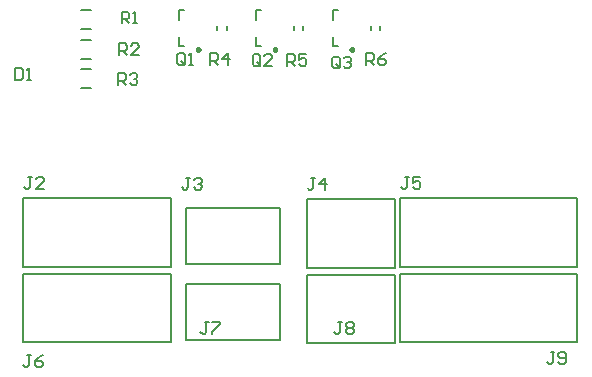
<source format=gto>
%FSTAX23Y23*%
%MOIN*%
%SFA1B1*%

%IPPOS*%
%ADD28C,0.009840*%
%ADD29C,0.007870*%
%ADD30C,0.005910*%
%LNpanel-1*%
%LPD*%
G54D28*
X00945Y01275D02*
D01*
X00945Y01275*
X00945Y01276*
X00945Y01276*
X00945Y01276*
X00945Y01277*
X00945Y01277*
X00945Y01277*
X00945Y01278*
X00944Y01278*
X00944Y01278*
X00944Y01279*
X00944Y01279*
X00943Y01279*
X00943Y01279*
X00943Y01279*
X00943Y0128*
X00942Y0128*
X00942Y0128*
X00942Y0128*
X00941Y0128*
X00941Y0128*
X00941Y0128*
X0094*
X0094Y0128*
X0094Y0128*
X00939Y0128*
X00939Y0128*
X00939Y0128*
X00938Y0128*
X00938Y01279*
X00938Y01279*
X00937Y01279*
X00937Y01279*
X00937Y01279*
X00937Y01278*
X00936Y01278*
X00936Y01278*
X00936Y01277*
X00936Y01277*
X00936Y01277*
X00936Y01276*
X00936Y01276*
X00936Y01276*
X00936Y01275*
X00936Y01275*
X00936Y01275*
X00936Y01274*
X00936Y01274*
X00936Y01274*
X00936Y01273*
X00936Y01273*
X00936Y01273*
X00936Y01272*
X00936Y01272*
X00937Y01272*
X00937Y01272*
X00937Y01271*
X00937Y01271*
X00938Y01271*
X00938Y01271*
X00938Y01271*
X00939Y01271*
X00939Y0127*
X00939Y0127*
X0094Y0127*
X0094Y0127*
X0094Y0127*
X00941*
X00941Y0127*
X00941Y0127*
X00942Y0127*
X00942Y0127*
X00942Y01271*
X00943Y01271*
X00943Y01271*
X00943Y01271*
X00943Y01271*
X00944Y01271*
X00944Y01272*
X00944Y01272*
X00944Y01272*
X00945Y01272*
X00945Y01273*
X00945Y01273*
X00945Y01273*
X00945Y01274*
X00945Y01274*
X00945Y01274*
X00945Y01275*
X00945Y01275*
X01201D02*
D01*
X01201Y01275*
X01201Y01276*
X01201Y01276*
X01201Y01276*
X01201Y01277*
X01201Y01277*
X01201Y01277*
X01201Y01278*
X012Y01278*
X012Y01278*
X012Y01279*
X012Y01279*
X01199Y01279*
X01199Y01279*
X01199Y01279*
X01199Y0128*
X01198Y0128*
X01198Y0128*
X01198Y0128*
X01197Y0128*
X01197Y0128*
X01197Y0128*
X01196*
X01196Y0128*
X01195Y0128*
X01195Y0128*
X01195Y0128*
X01195Y0128*
X01194Y0128*
X01194Y01279*
X01194Y01279*
X01193Y01279*
X01193Y01279*
X01193Y01279*
X01193Y01278*
X01192Y01278*
X01192Y01278*
X01192Y01277*
X01192Y01277*
X01192Y01277*
X01192Y01276*
X01192Y01276*
X01191Y01276*
X01191Y01275*
X01191Y01275*
X01191Y01275*
X01191Y01274*
X01192Y01274*
X01192Y01274*
X01192Y01273*
X01192Y01273*
X01192Y01273*
X01192Y01272*
X01192Y01272*
X01193Y01272*
X01193Y01272*
X01193Y01271*
X01193Y01271*
X01194Y01271*
X01194Y01271*
X01194Y01271*
X01195Y01271*
X01195Y0127*
X01195Y0127*
X01195Y0127*
X01196Y0127*
X01196Y0127*
X01197*
X01197Y0127*
X01197Y0127*
X01198Y0127*
X01198Y0127*
X01198Y01271*
X01199Y01271*
X01199Y01271*
X01199Y01271*
X01199Y01271*
X012Y01271*
X012Y01272*
X012Y01272*
X012Y01272*
X01201Y01272*
X01201Y01273*
X01201Y01273*
X01201Y01273*
X01201Y01274*
X01201Y01274*
X01201Y01274*
X01201Y01275*
X01201Y01275*
X00689D02*
D01*
X00689Y01275*
X00689Y01276*
X00689Y01276*
X00689Y01276*
X00689Y01277*
X00689Y01277*
X00689Y01277*
X00689Y01278*
X00689Y01278*
X00688Y01278*
X00688Y01279*
X00688Y01279*
X00688Y01279*
X00687Y01279*
X00687Y01279*
X00687Y0128*
X00686Y0128*
X00686Y0128*
X00686Y0128*
X00685Y0128*
X00685Y0128*
X00685Y0128*
X00684*
X00684Y0128*
X00684Y0128*
X00683Y0128*
X00683Y0128*
X00683Y0128*
X00682Y0128*
X00682Y01279*
X00682Y01279*
X00682Y01279*
X00681Y01279*
X00681Y01279*
X00681Y01278*
X00681Y01278*
X0068Y01278*
X0068Y01277*
X0068Y01277*
X0068Y01277*
X0068Y01276*
X0068Y01276*
X0068Y01276*
X0068Y01275*
X0068Y01275*
X0068Y01275*
X0068Y01274*
X0068Y01274*
X0068Y01274*
X0068Y01273*
X0068Y01273*
X0068Y01273*
X0068Y01272*
X00681Y01272*
X00681Y01272*
X00681Y01272*
X00681Y01271*
X00682Y01271*
X00682Y01271*
X00682Y01271*
X00682Y01271*
X00683Y01271*
X00683Y0127*
X00683Y0127*
X00684Y0127*
X00684Y0127*
X00684Y0127*
X00685*
X00685Y0127*
X00685Y0127*
X00686Y0127*
X00686Y0127*
X00686Y01271*
X00687Y01271*
X00687Y01271*
X00687Y01271*
X00688Y01271*
X00688Y01271*
X00688Y01272*
X00688Y01272*
X00689Y01272*
X00689Y01272*
X00689Y01273*
X00689Y01273*
X00689Y01273*
X00689Y01274*
X00689Y01274*
X00689Y01274*
X00689Y01275*
X00689Y01275*
G54D29*
X00877Y01405D02*
X00893D01*
X00877Y01374D02*
Y01405D01*
Y01287D02*
X00893D01*
X00877D02*
Y01318D01*
X01133Y01405D02*
X01149D01*
X01133Y01374D02*
Y01405D01*
Y01287D02*
X01149D01*
X01133D02*
Y01318D01*
X00622Y01287D02*
X00637D01*
X00622D02*
Y01318D01*
Y01405D02*
X00637D01*
X00622Y01374D02*
Y01405D01*
X00294Y01406D02*
X00328D01*
X00294Y01342D02*
X00328D01*
X00294Y01307D02*
X00328D01*
X00294Y01243D02*
X00328D01*
X00294Y01209D02*
X00328D01*
X00294Y01145D02*
X00328D01*
X01047Y00295D02*
X01342D01*
Y00523*
X01047D02*
X01342D01*
X01047Y00295D02*
Y00523D01*
X00102Y00299D02*
Y00527D01*
X00594*
Y00299D02*
Y00527D01*
X00102Y00299D02*
X00594D01*
X01358D02*
X01948D01*
Y00527*
X01358D02*
X01948D01*
X01358Y00299D02*
Y00527D01*
Y00551D02*
X01948D01*
Y00779*
X01358D02*
X01948D01*
X01358Y00551D02*
Y00779D01*
X01047Y00547D02*
X01342D01*
Y00775*
X01047D02*
X01342D01*
X01047Y00547D02*
Y00775D01*
X00102Y00551D02*
Y00779D01*
X00594*
Y00551D02*
Y00779D01*
X00102Y00551D02*
X00594D01*
X01291Y01339D02*
Y01353D01*
X01259Y01339D02*
Y01353D01*
X01035Y01339D02*
Y01353D01*
X01003Y01339D02*
Y01353D01*
X00779Y01339D02*
Y01353D01*
X00747Y01339D02*
Y01353D01*
X00645Y00559D02*
X00958D01*
Y00746*
X00645D02*
X00958D01*
X00645Y00559D02*
Y00746D01*
Y00307D02*
X00958D01*
Y00494*
X00645D02*
X00958D01*
X00645Y00307D02*
Y00494D01*
G54D30*
X00074Y01212D02*
Y01173D01*
X00094*
X00101Y01179*
Y01206*
X00094Y01212*
X00074*
X00114Y01173D02*
X00127D01*
X0012*
Y01212*
X00114Y01206*
X00724Y01224D02*
Y01263D01*
X00744*
X0075Y01257*
Y01244*
X00744Y01237*
X00724*
X00737D02*
X0075Y01224D01*
X00783D02*
Y01263D01*
X00763Y01244*
X0079*
X00429Y01362D02*
Y01401D01*
X00448*
X00455Y01395*
Y01381*
X00448Y01375*
X00429*
X00442D02*
X00455Y01362D01*
X00468D02*
X00481D01*
X00475*
Y01401*
X00468Y01395*
X0064Y0123D02*
Y01257D01*
X00633Y01263*
X0062*
X00614Y01257*
Y0123*
X0062Y01224*
X00633*
X00627Y01237D02*
X0064Y01224D01*
X00633D02*
X0064Y0123D01*
X00653Y01224D02*
X00666D01*
X0066*
Y01263*
X00653Y01257*
X01872Y00267D02*
X01859D01*
X01866*
Y00234*
X01859Y00228*
X01853*
X01846Y00234*
X01885D02*
X01892Y00228D01*
X01905*
X01912Y00234*
Y00261*
X01905Y00267*
X01892*
X01885Y00261*
Y00254*
X01892Y00248*
X01912*
X01164Y00366D02*
X0115D01*
X01157*
Y00333*
X0115Y00326*
X01144*
X01137Y00333*
X01177Y00359D02*
X01183Y00366D01*
X01196*
X01203Y00359*
Y00353*
X01196Y00346*
X01203Y00339*
Y00333*
X01196Y00326*
X01183*
X01177Y00333*
Y00339*
X01183Y00346*
X01177Y00353*
Y00359*
X01183Y00346D02*
X01196D01*
X00719Y00366D02*
X00706D01*
X00712*
Y00333*
X00706Y00326*
X00699*
X00692Y00333*
X00732Y00366D02*
X00758D01*
Y00359*
X00732Y00333*
Y00326*
X00128Y00255D02*
X00115D01*
X00122*
Y00223*
X00115Y00216*
X00108*
X00102Y00223*
X00167Y00255D02*
X00154Y00249D01*
X00141Y00236*
Y00223*
X00148Y00216*
X00161*
X00167Y00223*
Y00229*
X00161Y00236*
X00141*
X01386Y00849D02*
X01373D01*
X01379*
Y00816*
X01373Y00809*
X01366*
X0136Y00816*
X01425Y00849D02*
X01399D01*
Y00829*
X01412Y00835*
X01419*
X01425Y00829*
Y00816*
X01419Y00809*
X01406*
X01399Y00816*
X01075Y00845D02*
X01062D01*
X01068*
Y00812*
X01062Y00805*
X01055*
X01049Y00812*
X01108Y00805D02*
Y00845D01*
X01088Y00825*
X01114*
X00657Y00848D02*
X00644D01*
X0065*
Y00815*
X00644Y00808*
X00637*
X00631Y00815*
X0067Y00841D02*
X00677Y00848D01*
X0069*
X00696Y00841*
Y00834*
X0069Y00828*
X00683*
X0069*
X00696Y00821*
Y00815*
X0069Y00808*
X00677*
X0067Y00815*
X0013Y00849D02*
X00117D01*
X00123*
Y00816*
X00117Y00809*
X0011*
X00104Y00816*
X00169Y00809D02*
X00143D01*
X00169Y00835*
Y00842*
X00163Y00849*
X0015*
X00143Y00842*
X00892Y01227D02*
Y01253D01*
X00885Y01259*
X00872*
X00866Y01253*
Y01227*
X00872Y0122*
X00885*
X00879Y01233D02*
X00892Y0122D01*
X00885D02*
X00892Y01227D01*
X00931Y0122D02*
X00905D01*
X00931Y01246*
Y01253*
X00925Y01259*
X00912*
X00905Y01253*
X01156Y01219D02*
Y01245D01*
X01149Y01251*
X01136*
X01129Y01245*
Y01219*
X01136Y01212*
X01149*
X01143Y01225D02*
X01156Y01212D01*
X01149D02*
X01156Y01219D01*
X01169Y01245D02*
X01175Y01251D01*
X01188*
X01195Y01245*
Y01238*
X01188Y01232*
X01182*
X01188*
X01195Y01225*
Y01219*
X01188Y01212*
X01175*
X01169Y01219*
X00421Y01255D02*
Y01295D01*
X0044*
X00447Y01288*
Y01275*
X0044Y01269*
X00421*
X00434D02*
X00447Y01255D01*
X00486D02*
X0046D01*
X00486Y01282*
Y01288*
X0048Y01295*
X00467*
X0046Y01288*
X00417Y01157D02*
Y01196D01*
X00437*
X00443Y0119*
Y01177*
X00437Y0117*
X00417*
X0043D02*
X00443Y01157D01*
X00456Y0119D02*
X00463Y01196D01*
X00476*
X00482Y0119*
Y01183*
X00476Y01177*
X00469*
X00476*
X00482Y0117*
Y01164*
X00476Y01157*
X00463*
X00456Y01164*
X0098Y0122D02*
Y01259D01*
X00999*
X01006Y01253*
Y0124*
X00999Y01233*
X0098*
X00993D02*
X01006Y0122D01*
X01045Y01259D02*
X01019D01*
Y0124*
X01032Y01246*
X01039*
X01045Y0124*
Y01227*
X01039Y0122*
X01026*
X01019Y01227*
X01244Y01224D02*
Y01263D01*
X01263*
X0127Y01257*
Y01244*
X01263Y01237*
X01244*
X01257D02*
X0127Y01224D01*
X01309Y01263D02*
X01296Y01257D01*
X01283Y01244*
Y0123*
X0129Y01224*
X01303*
X01309Y0123*
Y01237*
X01303Y01244*
X01283*
M02*
</source>
